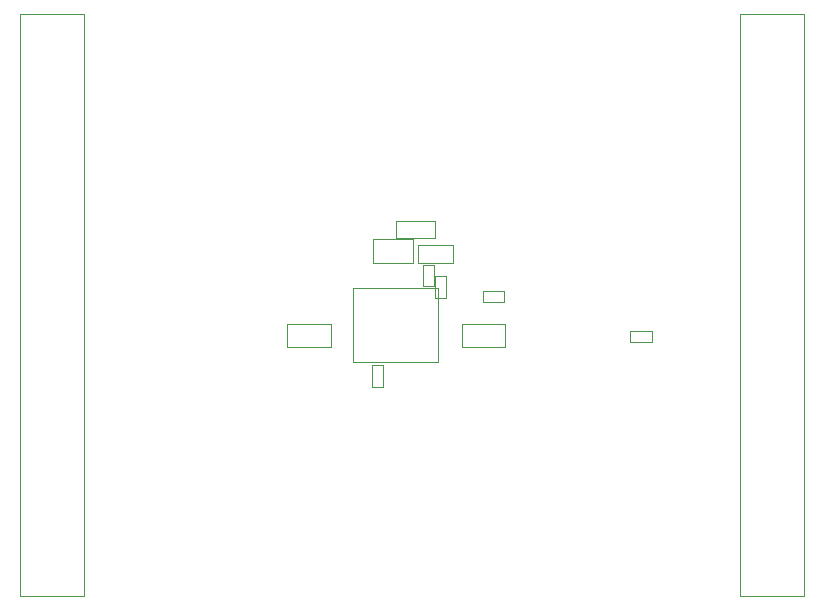
<source format=gbr>
%TF.GenerationSoftware,KiCad,Pcbnew,(6.0.11)*%
%TF.CreationDate,2024-08-05T21:32:57+07:00*%
%TF.ProjectId,Stepper_Motor_Expansion_Brd_revA,53746570-7065-4725-9f4d-6f746f725f45,rev?*%
%TF.SameCoordinates,PX5f5e100PY5f5e100*%
%TF.FileFunction,Other,User*%
%FSLAX46Y46*%
G04 Gerber Fmt 4.6, Leading zero omitted, Abs format (unit mm)*
G04 Created by KiCad (PCBNEW (6.0.11)) date 2024-08-05 21:32:57*
%MOMM*%
%LPD*%
G01*
G04 APERTURE LIST*
%ADD10C,0.050000*%
G04 APERTURE END LIST*
D10*
X42900000Y24380000D02*
X42900000Y26280000D01*
X39200000Y26280000D02*
X39200000Y24380000D01*
X42900000Y26280000D02*
X39200000Y26280000D01*
X39200000Y24380000D02*
X42900000Y24380000D01*
X35540000Y32970000D02*
X35540000Y31510000D01*
X38500000Y32970000D02*
X35540000Y32970000D01*
X35540000Y31510000D02*
X38500000Y31510000D01*
X38500000Y31510000D02*
X38500000Y32970000D01*
X1795000Y52535000D02*
X7245000Y52535000D01*
X7245000Y52535000D02*
X7245000Y3265000D01*
X7245000Y3265000D02*
X1795000Y3265000D01*
X1795000Y3265000D02*
X1795000Y52535000D01*
X33610000Y35010000D02*
X33610000Y33550000D01*
X33610000Y33550000D02*
X36910000Y33550000D01*
X36910000Y33550000D02*
X36910000Y35010000D01*
X36910000Y35010000D02*
X33610000Y35010000D01*
X55280000Y25700000D02*
X53460000Y25700000D01*
X53460000Y25700000D02*
X53460000Y24780000D01*
X55280000Y24780000D02*
X55280000Y25700000D01*
X53460000Y24780000D02*
X55280000Y24780000D01*
X37220000Y29320000D02*
X37220000Y23080000D01*
X37220000Y23080000D02*
X29980000Y23080000D01*
X29980000Y29320000D02*
X37220000Y29320000D01*
X29980000Y23080000D02*
X29980000Y29320000D01*
X24420000Y24370000D02*
X28120000Y24370000D01*
X28120000Y26270000D02*
X24420000Y26270000D01*
X24420000Y26270000D02*
X24420000Y24370000D01*
X28120000Y24370000D02*
X28120000Y26270000D01*
X36930000Y30360000D02*
X36930000Y28540000D01*
X37850000Y28540000D02*
X37850000Y30360000D01*
X37850000Y30360000D02*
X36930000Y30360000D01*
X36930000Y28540000D02*
X37850000Y28540000D01*
X36870000Y29490000D02*
X36870000Y31310000D01*
X35950000Y31310000D02*
X35950000Y29490000D01*
X36870000Y31310000D02*
X35950000Y31310000D01*
X35950000Y29490000D02*
X36870000Y29490000D01*
X62755000Y52535000D02*
X68205000Y52535000D01*
X62755000Y3265000D02*
X62755000Y52535000D01*
X68205000Y3265000D02*
X62755000Y3265000D01*
X68205000Y52535000D02*
X68205000Y3265000D01*
X42810000Y28170000D02*
X42810000Y29090000D01*
X42810000Y29090000D02*
X40990000Y29090000D01*
X40990000Y28170000D02*
X42810000Y28170000D01*
X40990000Y29090000D02*
X40990000Y28170000D01*
X35100000Y31510000D02*
X35100000Y33470000D01*
X31700000Y31510000D02*
X35100000Y31510000D01*
X31700000Y33470000D02*
X31700000Y31510000D01*
X35100000Y33470000D02*
X31700000Y33470000D01*
X31580000Y20980000D02*
X32500000Y20980000D01*
X31580000Y22800000D02*
X31580000Y20980000D01*
X32500000Y22800000D02*
X31580000Y22800000D01*
X32500000Y20980000D02*
X32500000Y22800000D01*
M02*

</source>
